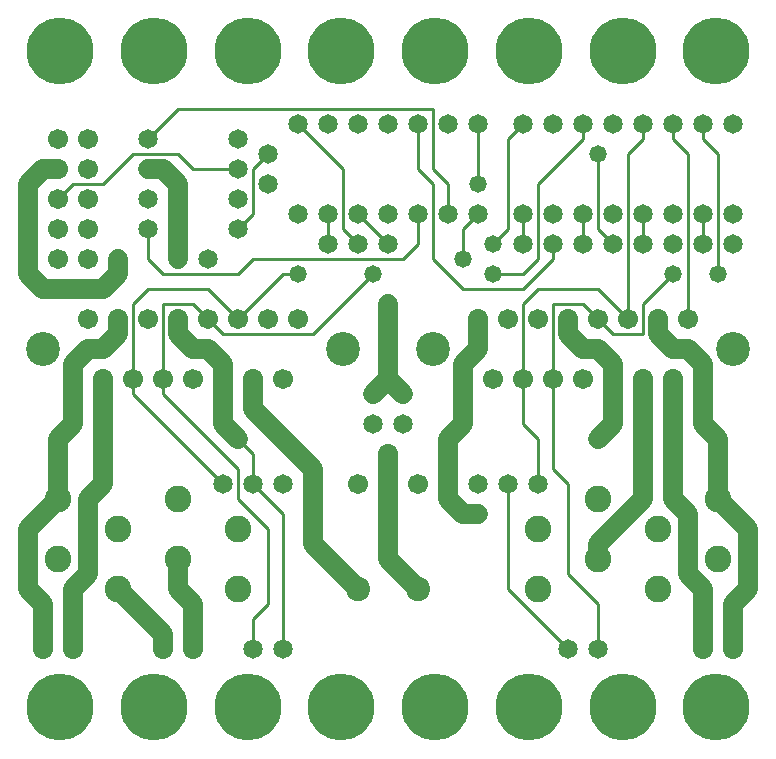
<source format=gtl>
%MOIN*%
%FSLAX25Y25*%
G04 D10 used for Character Trace; *
G04     Circle (OD=.01000) (No hole)*
G04 D11 used for Power Trace; *
G04     Circle (OD=.06500) (No hole)*
G04 D12 used for Signal Trace; *
G04     Circle (OD=.01100) (No hole)*
G04 D13 used for Via; *
G04     Circle (OD=.05800) (Round. Hole ID=.02800)*
G04 D14 used for Component hole; *
G04     Circle (OD=.06500) (Round. Hole ID=.03500)*
G04 D15 used for Component hole; *
G04     Circle (OD=.06700) (Round. Hole ID=.04300)*
G04 D16 used for Component hole; *
G04     Circle (OD=.08100) (Round. Hole ID=.05100)*
G04 D17 used for Component hole; *
G04     Circle (OD=.08900) (Round. Hole ID=.05900)*
G04 D18 used for Component hole; *
G04     Circle (OD=.11300) (Round. Hole ID=.08300)*
G04 D19 used for Component hole; *
G04     Circle (OD=.16000) (Round. Hole ID=.13000)*
G04 D20 used for Component hole; *
G04     Circle (OD=.18300) (Round. Hole ID=.15300)*
G04 D21 used for Component hole; *
G04     Circle (OD=.22291) (Round. Hole ID=.19291)*
%ADD10C,.01000*%
%ADD11C,.06500*%
%ADD12C,.01100*%
%ADD13C,.05800*%
%ADD14C,.06500*%
%ADD15C,.06700*%
%ADD16C,.08100*%
%ADD17C,.08900*%
%ADD18C,.11300*%
%ADD19C,.16000*%
%ADD20C,.18300*%
%ADD21C,.22291*%
%IPPOS*%
%LPD*%
G90*X0Y0D02*D21*X15625Y15625D03*D15*              
X20000Y35000D03*D11*Y50000D01*D14*D03*D11*        
Y55000D01*X25000Y60000D01*Y85000D01*              
X30000Y90000D01*D13*D03*D11*Y125000D01*D15*D03*   
D12*X70000Y90000D02*X40000Y120000D01*D14*         
X70000Y90000D03*D12*X85000Y75000D02*              
X75000Y85000D01*X85000Y50000D02*Y75000D01*        
X80000Y45000D02*X85000Y50000D01*X80000Y35000D02*  
Y45000D01*D14*Y35000D03*X90000D03*D12*Y80000D01*  
X80000Y90000D01*D14*D03*D12*Y100000D01*           
X75000Y105000D01*D13*D03*D11*X70000Y110000D01*    
Y125000D01*D15*D03*D11*Y130000D01*                
X65000Y135000D01*X60000D01*X55000Y140000D01*      
Y145000D01*D15*D03*D12*X65000D02*X60000Y150000D01*
D15*X65000Y145000D03*D12*X70000Y140000D01*        
X100000D01*X120000Y160000D01*D13*D03*D14*         
X125000Y170000D03*D12*X115000Y180000D01*D14*D03*  
D12*Y170000D02*X110000Y175000D01*D14*             
X115000Y170000D03*D12*X110000Y175000D02*          
Y195000D01*X95000Y210000D01*D14*D03*              
X85000Y200000D03*D12*X80000Y195000D01*Y180000D01* 
X75000Y175000D01*D14*D03*X65000Y165000D03*        
X75000Y185000D03*D12*Y160000D02*X80000Y165000D01* 
X50000Y160000D02*X75000D01*X50000D02*             
X45000Y165000D01*Y175000D01*D14*D03*              
X55000Y165000D03*D11*Y190000D01*X50000Y195000D01* 
X45000D01*D14*D03*D12*X30000Y190000D02*           
X40000Y200000D01*X20000Y190000D02*X30000D01*      
X15000Y185000D02*X20000Y190000D01*D15*            
X15000Y185000D03*X25000Y175000D03*Y195000D03*D11* 
X5000Y160000D02*Y190000D01*X10000Y155000D02*      
X5000Y160000D01*X10000Y155000D02*X30000D01*       
X35000Y160000D01*Y165000D01*D13*D03*D12*          
X40000Y150000D02*X45000Y155000D01*                
X40000Y125000D02*Y150000D01*D15*Y125000D03*D12*   
Y120000D01*X75000Y95000D02*X50000Y120000D01*      
X75000Y85000D02*Y95000D01*D17*Y75000D03*D14*      
X90000Y90000D03*D17*X55000Y65000D03*D11*Y55000D01*
X60000Y50000D01*Y35000D01*D15*D03*D11*X50000D02*  
Y40000D01*D15*Y35000D03*D11*Y40000D02*            
X35000Y55000D01*D17*D03*X15000Y65000D03*          
X35000Y75000D03*D14*X10000Y50000D03*D11*Y35000D01*
D15*D03*D11*Y50000D02*X5000Y55000D01*Y75000D01*   
X15000Y85000D01*D17*D03*D11*Y105000D01*           
X20000Y110000D01*Y130000D01*X25000Y135000D01*     
X30000D01*X35000Y140000D01*Y145000D01*D15*D03*D12*
X45000Y155000D02*X65000D01*X75000Y145000D01*D15*  
D03*D12*X90000Y160000D01*X95000D01*D13*D03*D14*   
X105000Y170000D03*D12*Y180000D01*D14*D03*         
X95000D03*X85000Y190000D03*X125000Y180000D03*D12* 
X80000Y165000D02*X130000D01*D15*X85000Y145000D03* 
D12*X50000Y150000D02*X60000D01*X50000Y125000D02*  
Y150000D01*D15*Y125000D03*D12*Y120000D01*D15*     
X60000Y125000D03*X25000Y145000D03*X45000D03*D11*  
X100000Y95000D02*X80000Y115000D01*                
X100000Y90000D02*Y95000D01*D14*Y90000D03*D11*     
Y70000D01*X115000Y55000D01*D16*D03*D11*X135000D02*
X125000Y65000D01*D16*X135000Y55000D03*D11*        
X125000Y65000D02*Y80000D01*D13*D03*D11*Y100000D01*
D15*D03*X135000Y90000D03*X115000D03*D14*          
X130000Y110000D03*X120000D03*D11*X150000Y80000D02*
X145000Y85000D01*X150000Y80000D02*X155000D01*D14* 
D03*X165000Y90000D03*D12*Y55000D01*               
X185000Y35000D01*D14*D03*X195000D03*D12*Y50000D01*
X185000Y60000D01*Y90000D01*X180000Y95000D01*      
Y125000D01*D15*D03*D12*Y150000D01*X190000D01*     
X195000Y145000D01*D15*D03*D12*X200000Y140000D01*  
X210000D01*Y150000D01*X220000Y160000D01*D13*D03*  
D14*X230000Y170000D03*D12*Y180000D01*D14*D03*     
X240000Y170000D03*X220000D03*X240000Y180000D03*   
X220000D03*D12*X235000Y160000D02*Y200000D01*D13*  
Y160000D03*D15*X225000Y145000D03*D12*Y200000D01*  
X220000Y205000D01*Y210000D01*D14*D03*D12*         
X235000Y200000D02*X230000Y205000D01*Y210000D01*   
D14*D03*X240000D03*X210000D03*D12*Y205000D01*     
X205000Y200000D01*Y145000D01*D15*D03*D12*         
X195000Y155000D01*X175000D01*X170000Y150000D01*   
Y125000D01*D15*D03*D12*Y110000D01*                
X175000Y105000D01*Y90000D01*D14*D03*D17*Y75000D03*
D11*X195000Y65000D02*Y70000D01*D17*Y65000D03*D11* 
Y70000D02*X210000Y85000D01*Y125000D01*D15*D03*D11*
X220000Y135000D02*X225000D01*X230000Y130000D01*   
Y110000D01*X235000Y105000D01*Y85000D01*D17*D03*   
D11*X245000Y75000D01*Y55000D01*X240000Y50000D01*  
D14*D03*D11*Y35000D01*D15*D03*X230000D03*D11*     
Y50000D01*D14*D03*D11*Y55000D01*X225000Y60000D01* 
Y80000D01*X220000Y85000D01*D13*D03*D11*Y125000D01*
D15*D03*D11*Y135000D02*X215000Y140000D01*         
Y145000D01*D15*D03*D11*X200000Y125000D02*         
Y130000D01*D15*Y125000D03*D11*Y110000D01*         
X195000Y105000D01*D13*D03*D17*Y85000D03*D15*      
X190000Y125000D03*D11*X200000Y130000D02*          
X195000Y135000D01*X190000D01*X185000Y140000D01*   
Y145000D01*D15*D03*X175000D03*D12*                
X160000Y160000D02*X170000D01*D13*X160000D03*D14*  
X170000Y170000D03*D12*Y180000D01*D14*D03*D12*     
X160000Y170000D02*X165000Y175000D01*D13*          
X160000Y170000D03*D12*X165000Y175000D02*          
Y205000D01*X170000Y210000D01*D14*D03*X180000D03*  
X155000D03*D12*Y190000D01*D13*D03*D14*            
X145000Y180000D03*D12*Y190000D01*                 
X140000Y195000D01*Y215000D01*X55000D01*           
X45000Y205000D01*D14*D03*D12*X40000Y200000D02*    
X55000D01*X60000Y195000D01*X75000D01*D14*D03*     
Y205000D03*X45000Y185000D03*X105000Y210000D03*D21*
X109375Y234375D03*X78125D03*D14*X115000Y210000D03*
D21*X46875Y234375D03*D13*X125000Y150000D03*D11*   
Y125000D01*X120000Y120000D01*D14*D03*D11*         
X130000D02*X125000Y125000D01*D14*                 
X130000Y120000D03*D11*X145000Y85000D02*Y105000D01*
D14*X155000Y90000D03*D11*X145000Y105000D02*       
X150000Y110000D01*Y130000D01*X155000Y135000D01*   
Y145000D01*D15*D03*X165000D03*D12*                
X150000Y155000D02*X170000D01*X180000Y165000D01*   
Y170000D01*D14*D03*D12*X170000Y160000D02*         
X175000Y165000D01*Y190000D01*X190000Y205000D01*   
Y210000D01*D14*D03*X200000D03*D13*                
X195000Y200000D03*D12*Y175000D01*                 
X200000Y170000D01*D14*D03*X210000Y180000D03*D12*  
Y170000D01*D14*D03*X200000Y180000D03*X190000D03*  
D12*Y170000D01*D14*D03*X180000Y180000D03*         
X155000D03*D12*X150000Y175000D01*Y165000D01*D13*  
D03*D12*Y155000D02*X140000Y165000D01*Y190000D01*  
X135000Y195000D01*Y210000D01*D14*D03*X145000D03*  
X125000D03*D21*X140625Y234375D03*D14*             
X135000Y180000D03*D12*Y170000D01*                 
X130000Y165000D01*D18*X110000Y135000D03*          
X140000D03*D15*X95000Y145000D03*X90000Y125000D03* 
X160000D03*D11*X80000Y115000D02*Y125000D01*D15*   
D03*D17*X55000Y85000D03*D15*X25000Y165000D03*     
Y185000D03*X15000Y175000D03*Y165000D03*D11*       
X5000Y190000D02*X10000Y195000D01*X15000D01*D15*   
D03*X25000Y205000D03*X15000D03*D21*               
X15625Y234375D03*D18*X10000Y135000D03*D17*        
X75000Y55000D03*D21*X171875Y234375D03*D17*        
X175000Y55000D03*D21*X46875Y15625D03*X78125D03*   
X109375D03*X140625D03*X171875D03*X203125D03*      
Y234375D03*D17*X215000Y55000D03*Y75000D03*D21*    
X234375Y15625D03*D17*X235000Y65000D03*D21*        
X234375Y234375D03*D18*X240000Y135000D03*M02*      

</source>
